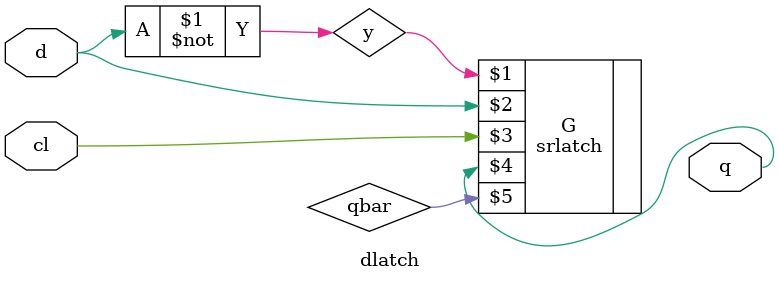
<source format=sv>
`timescale 1ns/1ns
module dlatch (input d,cl, output q);
	wire y, qbar;
	not #6 N (y, d);
	srlatch G (y, d, cl, q, qbar);
endmodule
</source>
